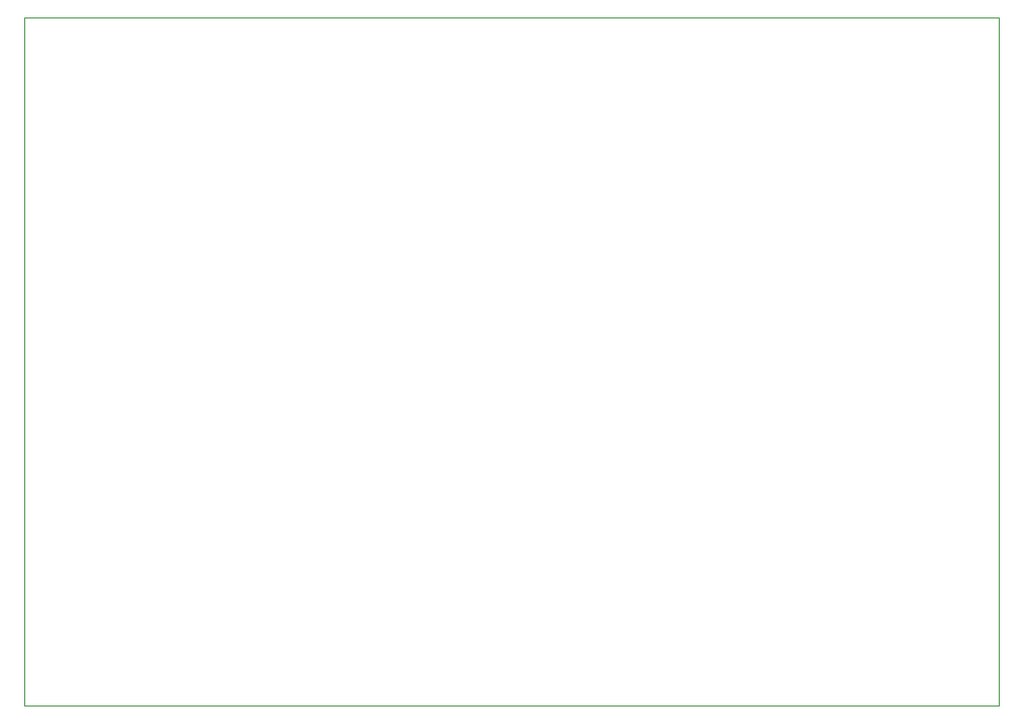
<source format=gbr>
%TF.GenerationSoftware,KiCad,Pcbnew,8.0.7*%
%TF.CreationDate,2025-10-16T17:38:00-07:00*%
%TF.ProjectId,ZVS Driver,5a565320-4472-4697-9665-722e6b696361,rev?*%
%TF.SameCoordinates,Original*%
%TF.FileFunction,Profile,NP*%
%FSLAX46Y46*%
G04 Gerber Fmt 4.6, Leading zero omitted, Abs format (unit mm)*
G04 Created by KiCad (PCBNEW 8.0.7) date 2025-10-16 17:38:00*
%MOMM*%
%LPD*%
G01*
G04 APERTURE LIST*
%TA.AperFunction,Profile*%
%ADD10C,0.050000*%
%TD*%
G04 APERTURE END LIST*
D10*
X135000000Y-55000000D02*
X220000000Y-55000000D01*
X220000000Y-115000000D01*
X135000000Y-115000000D01*
X135000000Y-55000000D01*
M02*

</source>
